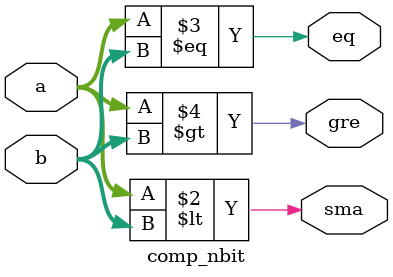
<source format=v>
`timescale 1ns / 1ps


/*module comp_1bit(
    input a,b,
    output reg sma,
    output reg eq,
    output reg gre
    );
    
    always @(*)
    begin
        sma = (a<b);
        eq  = (a==b);
        gre = (a>b);
    end
endmodule */



/*module comp_2bit(
    input [1:0]a,b,
    output reg sma,
    output reg eq,
    output reg gre
    );
    
    always @(*)
    begin
        sma = (a<b);
        eq  = (a==b);
        gre = (a>b);
    end
endmodule */


module comp_nbit #(parameter n = 8)(
    input [n-1:0]a,b,
    output reg sma,
    output reg eq,
    output reg gre
    );
    
    always @(*)
    begin
        sma = (a<b);
        eq  = (a==b);
        gre = (a>b);
    end
endmodule

</source>
